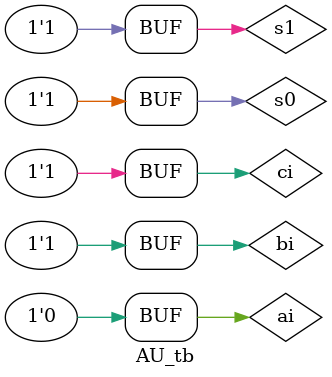
<source format=v>
`timescale 1ns/100ps
`include "AU.v"

module AU_tb;

reg ai,bi,s0,s1,ci;
wire di,cil;

AU obj(ai,bi,s0,s1,ci,di,cil);

initial begin
	ai = 0;
	bi = 0;
end

always begin
	#10 ai = 1;
	#10 ai = 0;
	#10 ai = 1;
	#10 ai = 0;
end

always begin
	#10 bi = 0;
	#10 bi = 1;
	#10 bi = 1;
	#10 ai = 0;

end

initial begin
	s0 = 0;
	#50 s0 = 0;
	#50 s0 = 1;
	#50 s0 = 1;
end

initial begin
	s1 = 0;
	#50 s1 = 1;
	#50 s1 = 0;
	#50 s1 = 1;
end

initial begin
	ci = 0;
	#50 ci = 0;
	#50 ci = 1;
	#50 ci = 1;
end

endmodule

</source>
